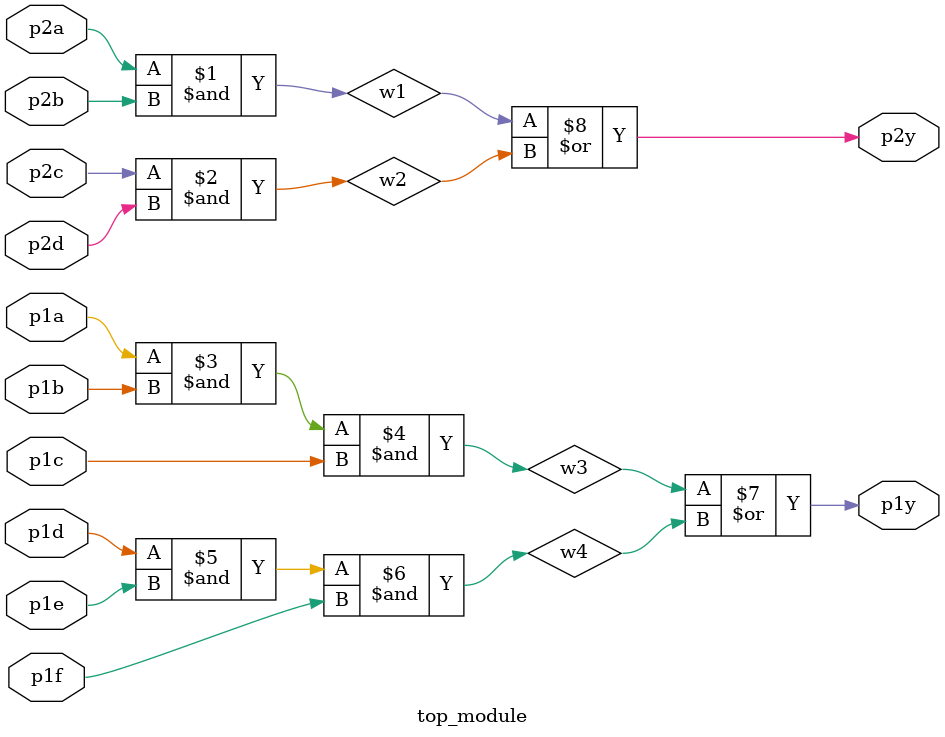
<source format=v>
module top_module ( 
    input p1a, p1b, p1c, p1d, p1e, p1f,
    output p1y,
    input p2a, p2b, p2c, p2d,
    output p2y 
    );
  
  wire w1,w2,w3,w4;
  
  assign w1 = p2a & p2b;
  assign w2 = p2c & p2d;
  assign w3 = p1a & p1b & p1c;
  assign w4 = p1d & p1e & p1f;
  assign p1y = w3 | w4;
  assign p2y = w1 | w2;

endmodule
</source>
